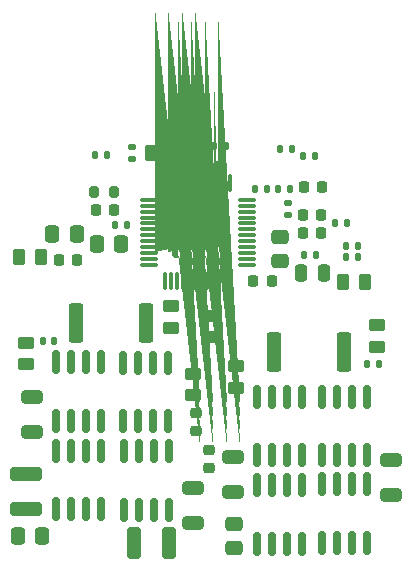
<source format=gbr>
%TF.GenerationSoftware,KiCad,Pcbnew,(6.0.4-0)*%
%TF.CreationDate,2022-08-06T12:57:23-04:00*%
%TF.ProjectId,QuarkCncStepperDrivers,51756172-6b43-46e6-9353-746570706572,rev?*%
%TF.SameCoordinates,Original*%
%TF.FileFunction,Paste,Top*%
%TF.FilePolarity,Positive*%
%FSLAX46Y46*%
G04 Gerber Fmt 4.6, Leading zero omitted, Abs format (unit mm)*
G04 Created by KiCad (PCBNEW (6.0.4-0)) date 2022-08-06 12:57:23*
%MOMM*%
%LPD*%
G01*
G04 APERTURE LIST*
G04 Aperture macros list*
%AMRoundRect*
0 Rectangle with rounded corners*
0 $1 Rounding radius*
0 $2 $3 $4 $5 $6 $7 $8 $9 X,Y pos of 4 corners*
0 Add a 4 corners polygon primitive as box body*
4,1,4,$2,$3,$4,$5,$6,$7,$8,$9,$2,$3,0*
0 Add four circle primitives for the rounded corners*
1,1,$1+$1,$2,$3*
1,1,$1+$1,$4,$5*
1,1,$1+$1,$6,$7*
1,1,$1+$1,$8,$9*
0 Add four rect primitives between the rounded corners*
20,1,$1+$1,$2,$3,$4,$5,0*
20,1,$1+$1,$4,$5,$6,$7,0*
20,1,$1+$1,$6,$7,$8,$9,0*
20,1,$1+$1,$8,$9,$2,$3,0*%
%AMFreePoly0*
4,1,57,0.310398,0.500898,0.314705,0.501203,0.317021,0.499938,0.323018,0.499068,0.347252,0.483421,0.372568,0.469589,0.469589,0.372568,0.482067,0.355857,0.485330,0.353026,0.486073,0.350492,0.489698,0.345638,0.495769,0.317441,0.503891,0.289756,0.503891,-0.289756,0.500898,-0.310398,0.501203,-0.314705,0.499938,-0.317021,0.499068,-0.323018,0.483421,-0.347252,0.469589,-0.372568,
0.372568,-0.469589,0.355856,-0.482069,0.353026,-0.485330,0.350494,-0.486073,0.345638,-0.489699,0.317434,-0.495771,0.289756,-0.503891,-0.289756,-0.503891,-0.310398,-0.500898,-0.314705,-0.501203,-0.317021,-0.499938,-0.323018,-0.499068,-0.347252,-0.483421,-0.372568,-0.469589,-0.469589,-0.372568,-0.482069,-0.355856,-0.485330,-0.353026,-0.486073,-0.350494,-0.489699,-0.345638,-0.495771,-0.317434,
-0.503891,-0.289756,-0.503891,0.289756,-0.500898,0.310398,-0.501203,0.314705,-0.499938,0.317021,-0.499068,0.323018,-0.483421,0.347252,-0.469589,0.372568,-0.372568,0.469589,-0.355857,0.482067,-0.353026,0.485330,-0.350492,0.486073,-0.345638,0.489698,-0.317441,0.495769,-0.289756,0.503891,0.289756,0.503891,0.310398,0.500898,0.310398,0.500898,$1*%
G04 Aperture macros list end*
%ADD10RoundRect,0.250000X-0.450000X0.262500X-0.450000X-0.262500X0.450000X-0.262500X0.450000X0.262500X0*%
%ADD11RoundRect,0.250000X-0.650000X0.325000X-0.650000X-0.325000X0.650000X-0.325000X0.650000X0.325000X0*%
%ADD12RoundRect,0.225000X0.225000X0.250000X-0.225000X0.250000X-0.225000X-0.250000X0.225000X-0.250000X0*%
%ADD13RoundRect,0.250000X0.650000X-0.325000X0.650000X0.325000X-0.650000X0.325000X-0.650000X-0.325000X0*%
%ADD14RoundRect,0.150000X-0.150000X0.825000X-0.150000X-0.825000X0.150000X-0.825000X0.150000X0.825000X0*%
%ADD15RoundRect,0.250000X0.475000X-0.337500X0.475000X0.337500X-0.475000X0.337500X-0.475000X-0.337500X0*%
%ADD16RoundRect,0.225000X-0.250000X0.225000X-0.250000X-0.225000X0.250000X-0.225000X0.250000X0.225000X0*%
%ADD17RoundRect,0.225000X-0.225000X-0.250000X0.225000X-0.250000X0.225000X0.250000X-0.225000X0.250000X0*%
%ADD18RoundRect,0.250000X1.100000X-0.325000X1.100000X0.325000X-1.100000X0.325000X-1.100000X-0.325000X0*%
%ADD19RoundRect,0.135000X0.185000X-0.135000X0.185000X0.135000X-0.185000X0.135000X-0.185000X-0.135000X0*%
%ADD20RoundRect,0.250000X-0.475000X0.337500X-0.475000X-0.337500X0.475000X-0.337500X0.475000X0.337500X0*%
%ADD21RoundRect,0.135000X-0.135000X-0.185000X0.135000X-0.185000X0.135000X0.185000X-0.135000X0.185000X0*%
%ADD22RoundRect,0.140000X-0.140000X-0.170000X0.140000X-0.170000X0.140000X0.170000X-0.140000X0.170000X0*%
%ADD23RoundRect,0.250000X-0.362500X-1.425000X0.362500X-1.425000X0.362500X1.425000X-0.362500X1.425000X0*%
%ADD24RoundRect,0.135000X0.135000X0.185000X-0.135000X0.185000X-0.135000X-0.185000X0.135000X-0.185000X0*%
%ADD25RoundRect,0.250000X-0.325000X-1.100000X0.325000X-1.100000X0.325000X1.100000X-0.325000X1.100000X0*%
%ADD26RoundRect,0.250000X0.337500X0.475000X-0.337500X0.475000X-0.337500X-0.475000X0.337500X-0.475000X0*%
%ADD27RoundRect,0.250000X-0.250000X-0.475000X0.250000X-0.475000X0.250000X0.475000X-0.250000X0.475000X0*%
%ADD28RoundRect,0.140000X0.140000X0.170000X-0.140000X0.170000X-0.140000X-0.170000X0.140000X-0.170000X0*%
%ADD29RoundRect,0.250000X-0.262500X-0.450000X0.262500X-0.450000X0.262500X0.450000X-0.262500X0.450000X0*%
%ADD30RoundRect,0.250000X0.262500X0.450000X-0.262500X0.450000X-0.262500X-0.450000X0.262500X-0.450000X0*%
%ADD31RoundRect,0.200000X0.200000X0.275000X-0.200000X0.275000X-0.200000X-0.275000X0.200000X-0.275000X0*%
%ADD32RoundRect,0.250000X-0.337500X-0.475000X0.337500X-0.475000X0.337500X0.475000X-0.337500X0.475000X0*%
%ADD33FreePoly0,180.000000*%
%ADD34RoundRect,0.075000X0.662500X0.075000X-0.662500X0.075000X-0.662500X-0.075000X0.662500X-0.075000X0*%
%ADD35RoundRect,0.075000X0.075000X0.662500X-0.075000X0.662500X-0.075000X-0.662500X0.075000X-0.662500X0*%
G04 APERTURE END LIST*
D10*
%TO.C,R24*%
X118920000Y-121447500D03*
X118920000Y-123272500D03*
%TD*%
D11*
%TO.C,C4*%
X103520000Y-128360000D03*
X103520000Y-131310000D03*
%TD*%
D12*
%TO.C,C9*%
X110503000Y-112522000D03*
X108953000Y-112522000D03*
%TD*%
D13*
%TO.C,C19*%
X133920000Y-136635000D03*
X133920000Y-133685000D03*
%TD*%
D14*
%TO.C,Q7*%
X126425000Y-135785000D03*
X125155000Y-135785000D03*
X123885000Y-135785000D03*
X122615000Y-135785000D03*
X122615000Y-140735000D03*
X123885000Y-140735000D03*
X125155000Y-140735000D03*
X126425000Y-140735000D03*
%TD*%
D15*
%TO.C,C6*%
X120650000Y-141140000D03*
X120650000Y-139065000D03*
%TD*%
D16*
%TO.C,C13*%
X118497246Y-132785000D03*
X118497246Y-134335000D03*
%TD*%
D14*
%TO.C,Q2*%
X115025000Y-125412500D03*
X113755000Y-125412500D03*
X112485000Y-125412500D03*
X111215000Y-125412500D03*
X111215000Y-130362500D03*
X112485000Y-130362500D03*
X113755000Y-130362500D03*
X115025000Y-130362500D03*
%TD*%
%TO.C,Q1*%
X115150000Y-132912500D03*
X113880000Y-132912500D03*
X112610000Y-132912500D03*
X111340000Y-132912500D03*
X111340000Y-137862500D03*
X112610000Y-137862500D03*
X113880000Y-137862500D03*
X115150000Y-137862500D03*
%TD*%
D17*
%TO.C,C14*%
X122288000Y-118491000D03*
X123838000Y-118491000D03*
%TD*%
D18*
%TO.C,C5*%
X103020000Y-137795000D03*
X103020000Y-134845000D03*
%TD*%
D19*
%TO.C,R3*%
X125222000Y-112905000D03*
X125222000Y-111885000D03*
%TD*%
D14*
%TO.C,Q8*%
X126425000Y-128285000D03*
X125155000Y-128285000D03*
X123885000Y-128285000D03*
X122615000Y-128285000D03*
X122615000Y-133235000D03*
X123885000Y-133235000D03*
X125155000Y-133235000D03*
X126425000Y-133235000D03*
%TD*%
D20*
%TO.C,C15*%
X124510800Y-114735700D03*
X124510800Y-116810700D03*
%TD*%
D11*
%TO.C,C1*%
X117220000Y-136025000D03*
X117220000Y-138975000D03*
%TD*%
D21*
%TO.C,R4*%
X129180400Y-113588800D03*
X130200400Y-113588800D03*
%TD*%
D14*
%TO.C,Q6*%
X131925000Y-128285000D03*
X130655000Y-128285000D03*
X129385000Y-128285000D03*
X128115000Y-128285000D03*
X128115000Y-133235000D03*
X129385000Y-133235000D03*
X130655000Y-133235000D03*
X131925000Y-133235000D03*
%TD*%
D10*
%TO.C,R20*%
X132720000Y-122247500D03*
X132720000Y-124072500D03*
%TD*%
D21*
%TO.C,R15*%
X126617000Y-116306600D03*
X127637000Y-116306600D03*
%TD*%
D16*
%TO.C,C18*%
X117420000Y-129685000D03*
X117420000Y-131235000D03*
%TD*%
D21*
%TO.C,R12*%
X108913200Y-107797600D03*
X109933200Y-107797600D03*
%TD*%
D22*
%TO.C,C21*%
X131940000Y-125560000D03*
X132900000Y-125560000D03*
%TD*%
D11*
%TO.C,C22*%
X120597246Y-133385000D03*
X120597246Y-136335000D03*
%TD*%
D23*
%TO.C,R5*%
X107273500Y-122047000D03*
X113198500Y-122047000D03*
%TD*%
D21*
%TO.C,R13*%
X126490000Y-107950000D03*
X127510000Y-107950000D03*
%TD*%
D23*
%TO.C,R23*%
X124067500Y-124505000D03*
X129992500Y-124505000D03*
%TD*%
D24*
%TO.C,R9*%
X125605000Y-107315000D03*
X124585000Y-107315000D03*
%TD*%
D25*
%TO.C,C23*%
X112190000Y-140716000D03*
X115140000Y-140716000D03*
%TD*%
D12*
%TO.C,C2*%
X128029000Y-112903000D03*
X126479000Y-112903000D03*
%TD*%
D26*
%TO.C,C17*%
X111121100Y-115341400D03*
X109046100Y-115341400D03*
%TD*%
D27*
%TO.C,C12*%
X126365000Y-117856000D03*
X128265000Y-117856000D03*
%TD*%
D28*
%TO.C,C3*%
X105410000Y-123605000D03*
X104450000Y-123605000D03*
%TD*%
D17*
%TO.C,C20*%
X126580600Y-110515400D03*
X128130600Y-110515400D03*
%TD*%
D10*
%TO.C,R2*%
X115320000Y-120647500D03*
X115320000Y-122472500D03*
%TD*%
D21*
%TO.C,R21*%
X124381800Y-110693200D03*
X125401800Y-110693200D03*
%TD*%
D10*
%TO.C,R7*%
X103015000Y-123732500D03*
X103015000Y-125557500D03*
%TD*%
D14*
%TO.C,Q5*%
X131925000Y-135712500D03*
X130655000Y-135712500D03*
X129385000Y-135712500D03*
X128115000Y-135712500D03*
X128115000Y-140662500D03*
X129385000Y-140662500D03*
X130655000Y-140662500D03*
X131925000Y-140662500D03*
%TD*%
D17*
%TO.C,C11*%
X126479000Y-114427000D03*
X128029000Y-114427000D03*
%TD*%
D14*
%TO.C,Q3*%
X109425000Y-132885000D03*
X108155000Y-132885000D03*
X106885000Y-132885000D03*
X105615000Y-132885000D03*
X105615000Y-137835000D03*
X106885000Y-137835000D03*
X108155000Y-137835000D03*
X109425000Y-137835000D03*
%TD*%
D29*
%TO.C,R19*%
X129897500Y-118618000D03*
X131722500Y-118618000D03*
%TD*%
D14*
%TO.C,Q4*%
X109425000Y-125385000D03*
X108155000Y-125385000D03*
X106885000Y-125385000D03*
X105615000Y-125385000D03*
X105615000Y-130335000D03*
X106885000Y-130335000D03*
X108155000Y-130335000D03*
X109425000Y-130335000D03*
%TD*%
D10*
%TO.C,R1*%
X117220000Y-126347500D03*
X117220000Y-128172500D03*
%TD*%
D28*
%TO.C,C7*%
X111579600Y-113766600D03*
X110619600Y-113766600D03*
%TD*%
D10*
%TO.C,R25*%
X120815000Y-125737500D03*
X120815000Y-127562500D03*
%TD*%
D30*
%TO.C,R18*%
X115466500Y-107696000D03*
X113641500Y-107696000D03*
%TD*%
D22*
%TO.C,C8*%
X116995000Y-108458000D03*
X117955000Y-108458000D03*
%TD*%
D21*
%TO.C,R17*%
X130147600Y-116484400D03*
X131167600Y-116484400D03*
%TD*%
D31*
%TO.C,R14*%
X110472246Y-110998000D03*
X108822246Y-110998000D03*
%TD*%
D32*
%TO.C,C10*%
X105261500Y-114503200D03*
X107336500Y-114503200D03*
%TD*%
D30*
%TO.C,R6*%
X104315900Y-116459000D03*
X102490900Y-116459000D03*
%TD*%
D33*
%TO.C,U1*%
X117034746Y-112687500D03*
X119284746Y-116062500D03*
X117034746Y-116062500D03*
X119284746Y-112687500D03*
X115909746Y-113812500D03*
X115909746Y-116062500D03*
X119284746Y-113812500D03*
X118159746Y-116062500D03*
X118159746Y-114937500D03*
X119284746Y-114937500D03*
X115909746Y-112687500D03*
X117034746Y-114937500D03*
X115909746Y-114937500D03*
X118159746Y-113812500D03*
X117034746Y-113812500D03*
X118159746Y-112687500D03*
D34*
X121759746Y-117125000D03*
X121759746Y-116625000D03*
X121759746Y-116125000D03*
X121759746Y-115625000D03*
X121759746Y-115125000D03*
X121759746Y-114625000D03*
X121759746Y-114125000D03*
X121759746Y-113625000D03*
X121759746Y-113125000D03*
X121759746Y-112625000D03*
X121759746Y-112125000D03*
X121759746Y-111625000D03*
D35*
X120347246Y-110212500D03*
X119847246Y-110212500D03*
X119347246Y-110212500D03*
X118847246Y-110212500D03*
X118347246Y-110212500D03*
X117847246Y-110212500D03*
X117347246Y-110212500D03*
X116847246Y-110212500D03*
X116347246Y-110212500D03*
X115847246Y-110212500D03*
X115347246Y-110212500D03*
X114847246Y-110212500D03*
D34*
X113434746Y-111625000D03*
X113434746Y-112125000D03*
X113434746Y-112625000D03*
X113434746Y-113125000D03*
X113434746Y-113625000D03*
X113434746Y-114125000D03*
X113434746Y-114625000D03*
X113434746Y-115125000D03*
X113434746Y-115625000D03*
X113434746Y-116125000D03*
X113434746Y-116625000D03*
X113434746Y-117125000D03*
D35*
X114847246Y-118537500D03*
X115347246Y-118537500D03*
X115847246Y-118537500D03*
X116347246Y-118537500D03*
X116847246Y-118537500D03*
X117347246Y-118537500D03*
X117847246Y-118537500D03*
X118347246Y-118537500D03*
X118847246Y-118537500D03*
X119347246Y-118537500D03*
X119847246Y-118537500D03*
X120347246Y-118537500D03*
%TD*%
D26*
%TO.C,C24*%
X104415500Y-140081000D03*
X102340500Y-140081000D03*
%TD*%
D12*
%TO.C,C16*%
X107378800Y-116713000D03*
X105828800Y-116713000D03*
%TD*%
D21*
%TO.C,R16*%
X130122200Y-115493800D03*
X131142200Y-115493800D03*
%TD*%
D24*
%TO.C,R10*%
X120017000Y-107061000D03*
X118997000Y-107061000D03*
%TD*%
%TO.C,R22*%
X123446000Y-110693200D03*
X122426000Y-110693200D03*
%TD*%
D19*
%TO.C,R11*%
X112039400Y-108206000D03*
X112039400Y-107186000D03*
%TD*%
M02*

</source>
